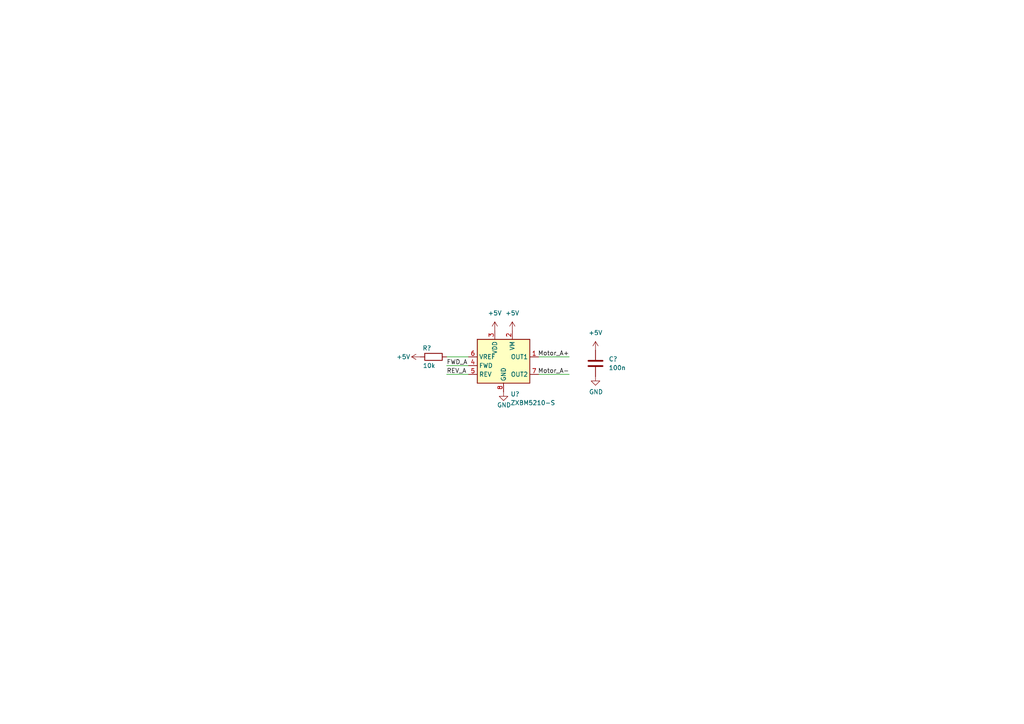
<source format=kicad_sch>
(kicad_sch (version 20211123) (generator eeschema)
  (paper "A4")
  (lib_symbols
    (symbol "Device:C" (pin_numbers hide) (pin_names (offset 0.254))
      (property "Reference" "C" (at 0.635 2.54 0))
      (property "Value" "C" (at 0.635 -2.54 0))
      (symbol "C_0_1"
        (polyline (pts (xy -2.032 -0.762) (xy 2.032 -0.762)) (stroke (width 0.508)))
        (polyline (pts (xy -2.032 0.762) (xy 2.032 0.762)) (stroke (width 0.508)))
      )
      (symbol "C_1_1"
        (pin passive line (at 0 3.81 270) (length 2.794) (name "~") (number "1"))
        (pin passive line (at 0 -3.81 90) (length 2.794) (name "~") (number "2"))
      )
    )
    (symbol "Device:R" (pin_numbers hide) (pin_names (offset 0))
      (property "Reference" "R" (at 2.032 0 90))
      (property "Value" "R" (at 0 0 90))
      (symbol "R_0_1"
        (rectangle (start -1.016 -2.54) (end 1.016 2.54) (stroke (width 0.254)))
      )
      (symbol "R_1_1"
        (pin passive line (at 0 3.81 270) (length 1.27) (name "~") (number "1"))
        (pin passive line (at 0 -3.81 90) (length 1.27) (name "~") (number "2"))
      )
    )
    (symbol "Driver_Motor:ZXBM5210-S"
      (property "Reference" "U" (at -7.62 8.89 0))
      (property "Value" "ZXBM5210-S" (at 10.16 8.89 0))
      (symbol "ZXBM5210-S_0_0"
        (pin output line (at 10.16 2.54 180) (length 2.54) (name "OUT1") (number "1"))
        (pin power_in line (at 2.54 10.16 270) (length 2.54) (name "VM") (number "2"))
        (pin power_in line (at -2.54 10.16 270) (length 2.54) (name "VDD") (number "3"))
        (pin input line (at -10.16 0 0) (length 2.54) (name "FWD") (number "4"))
        (pin input line (at -10.16 -2.54 0) (length 2.54) (name "REV") (number "5"))
        (pin input line (at -10.16 2.54 0) (length 2.54) (name "VREF") (number "6"))
        (pin output line (at 10.16 -2.54 180) (length 2.54) (name "OUT2") (number "7"))
        (pin power_in line (at 0 -7.62 90) (length 2.54) (name "GND") (number "8"))
      )
      (symbol "ZXBM5210-S_0_1"
        (rectangle (start -7.62 7.62) (end 7.62 -5.08) (stroke (width 0.254)) (fill (type background)))
      )
    )
    (symbol "power:+5V" (power) (pin_names (offset 0))
      (property "Value" "+5V" (at 0 3.556 0))
      (symbol "+5V_0_1"
        (polyline (pts (xy -0.762 1.27) (xy 0 2.54)))
        (polyline (pts (xy 0 0) (xy 0 2.54)))
        (polyline (pts (xy 0 2.54) (xy 0.762 1.27)))
      )
      (symbol "+5V_1_1"
        (pin power_in line (at 0 0 90) (length 0) hide (name "+5V") (number "1"))
      )
    )
    (symbol "power:GND" (power) (pin_names (offset 0))
      (property "Value" "GND" (at 0 -3.81 0))
      (symbol "GND_0_1"
        (polyline (pts (xy 0 0) (xy 0 -1.27) (xy 1.27 -1.27) (xy 0 -2.54) (xy -1.27 -1.27) (xy 0 -1.27)))
      )
      (symbol "GND_1_1"
        (pin power_in line (at 0 0 270) (length 0) hide (name "GND") (number "1"))
      )
    )
  )
  (wire (pts (xy 156.21 103.505) (xy 165.1 103.505)))
  (wire (pts (xy 129.54 103.505) (xy 135.89 103.505)))
  (wire (pts (xy 129.54 106.045) (xy 135.89 106.045)))
  (wire (pts (xy 129.54 108.585) (xy 135.89 108.585)))
  (wire (pts (xy 156.21 108.585) (xy 165.1 108.585)))
  (label "REV_A" (at 129.54 108.585 0))
  (label "Motor_A+" (at 165.1 103.505 180))
  (label "FWD_A" (at 129.54 106.045 0))
  (label "Motor_A-" (at 165.1 108.585 180))
  (symbol (lib_id "power:+5V") (at 121.92 103.505 90) (unit 1)
    (property "Reference" "#PWR?" (effects hide))
    (property "Value" "+5V" (at 114.935 103.505 90) (effects (justify right)))
  )
  (symbol (lib_id "power:GND") (at 146.05 113.665 0) (unit 1)
    (property "Reference" "#PWR?" (effects hide))
    (property "Value" "GND" (at 144.145 117.475 0) (effects (justify left)))
  )
  (symbol (lib_id "power:GND") (at 172.72 109.22 0) (unit 1)
    (property "Reference" "#PWR?" (effects hide))
    (property "Value" "GND" (at 170.815 113.665 0) (effects (justify left)))
  )
  (symbol (lib_id "Device:R") (at 125.73 103.505 90) (unit 1)
    (property "Reference" "R?" (at 123.825 100.965 90))
    (property "Value" "10k" (at 124.46 106.045 90))
    (property "Footprint" "Resistor_SMD:R_0805_2012Metric_Pad1.20x1.40mm_HandSolder" (effects hide))
    (property "Lomex" "81-10-99" (effects hide))
  )
  (symbol (lib_id "power:+5V") (at 148.59 95.885 0) (unit 1)
    (property "Reference" "#PWR?" (effects hide))
    (property "Value" "+5V" (at 148.59 90.805 0))
  )
  (symbol (lib_id "power:+5V") (at 143.51 95.885 0) (unit 1)
    (property "Reference" "#PWR?" (effects hide))
    (property "Value" "+5V" (at 143.51 90.805 0))
  )
  (symbol (lib_id "Device:C") (at 172.72 105.41 0) (unit 1)
    (property "Reference" "C?" (at 176.53 104.1399 0) (effects (justify left)))
    (property "Value" "100n" (at 176.53 106.6799 0) (effects (justify left)))
    (property "Footprint" "Capacitor_SMD:C_0805_2012Metric" (effects hide))
  )
  (symbol (lib_id "power:+5V") (at 172.72 101.6 0) (unit 1)
    (property "Reference" "#PWR?" (effects hide))
    (property "Value" "+5V" (at 172.72 96.52 0))
  )
  (symbol (lib_id "Driver_Motor:ZXBM5210-S") (at 146.05 106.045 0) (unit 1)
    (property "Reference" "U?" (at 148.0694 114.3 0) (effects (justify left)))
    (property "Value" "ZXBM5210-S" (at 148.0694 116.84 0) (effects (justify left)))
    (property "Footprint" "Package_SO:SOIC-8_3.9x4.9mm_P1.27mm" (effects hide))
    (property "Datasheet" "https://www.diodes.com/assets/Datasheets/ZXBM5210.pdf" (effects hide))
  )
)
</source>
